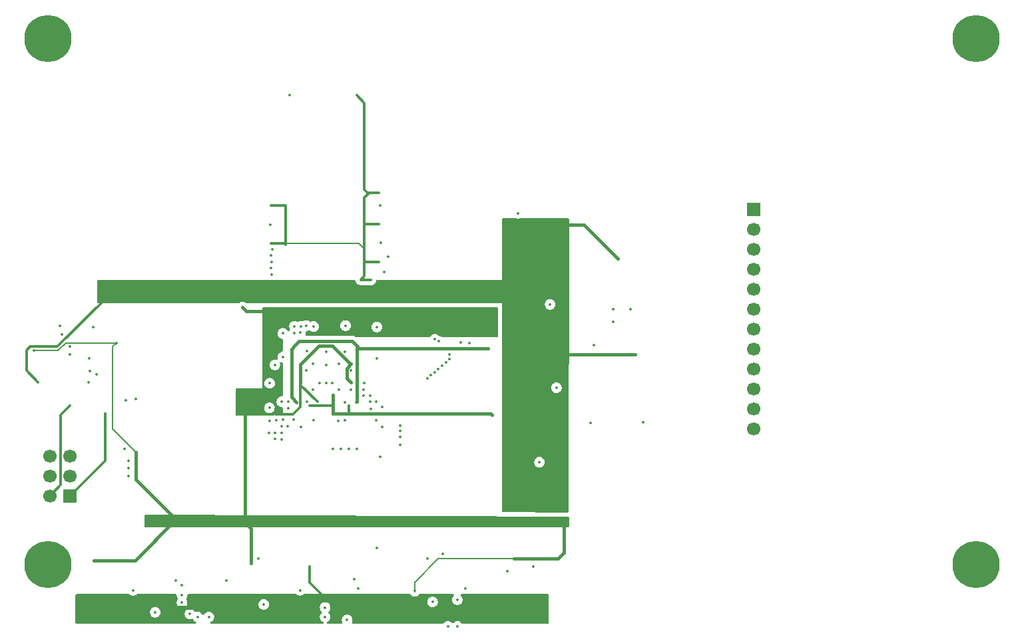
<source format=gbr>
%TF.GenerationSoftware,KiCad,Pcbnew,9.0.5*%
%TF.CreationDate,2025-12-06T10:01:17-08:00*%
%TF.ProjectId,project_byte_hamr,70726f6a-6563-4745-9f62-7974655f6861,rev?*%
%TF.SameCoordinates,Original*%
%TF.FileFunction,Copper,L3,Inr*%
%TF.FilePolarity,Positive*%
%FSLAX46Y46*%
G04 Gerber Fmt 4.6, Leading zero omitted, Abs format (unit mm)*
G04 Created by KiCad (PCBNEW 9.0.5) date 2025-12-06 10:01:17*
%MOMM*%
%LPD*%
G01*
G04 APERTURE LIST*
%TA.AperFunction,ComponentPad*%
%ADD10R,1.700000X1.700000*%
%TD*%
%TA.AperFunction,ComponentPad*%
%ADD11C,1.700000*%
%TD*%
%TA.AperFunction,ComponentPad*%
%ADD12C,6.000000*%
%TD*%
%TA.AperFunction,ViaPad*%
%ADD13C,0.350000*%
%TD*%
%TA.AperFunction,Conductor*%
%ADD14C,0.300000*%
%TD*%
%TA.AperFunction,Conductor*%
%ADD15C,0.400000*%
%TD*%
%TA.AperFunction,Conductor*%
%ADD16C,0.200000*%
%TD*%
%TA.AperFunction,Conductor*%
%ADD17C,0.500000*%
%TD*%
G04 APERTURE END LIST*
D10*
%TO.N,I{slash}O_PIN_12*%
%TO.C,J1*%
X143500000Y-75560000D03*
D11*
%TO.N,I{slash}O_PIN_11*%
X143500000Y-78100000D03*
%TO.N,I{slash}O_PIN_10*%
X143500000Y-80640000D03*
%TO.N,I{slash}O_PIN_9*%
X143500000Y-83180000D03*
%TO.N,I{slash}O_PIN_8*%
X143500000Y-85720000D03*
%TO.N,I{slash}O_PIN_7*%
X143500000Y-88260000D03*
%TO.N,I{slash}O_PIN_6*%
X143500000Y-90800000D03*
%TO.N,I{slash}O_PIN_5*%
X143500000Y-93340000D03*
%TO.N,I{slash}O_PIN_4*%
X143500000Y-95880000D03*
%TO.N,I{slash}O_PIN_3*%
X143500000Y-98420000D03*
%TO.N,I{slash}O_PIN_2*%
X143500000Y-100960000D03*
%TO.N,I{slash}O_PIN_1*%
X143500000Y-103500000D03*
%TD*%
D12*
%TO.N,GND*%
%TO.C,H2*%
X171750000Y-53750000D03*
%TD*%
%TO.N,GND*%
%TO.C,H1*%
X53750000Y-53750000D03*
%TD*%
%TO.N,GND*%
%TO.C,H4*%
X53750000Y-120750000D03*
%TD*%
D10*
%TO.N,GND*%
%TO.C,J4*%
X56500000Y-112000000D03*
D11*
%TO.N,+3V3*%
X53960000Y-112000000D03*
%TO.N,JTAG_TDI*%
X56500000Y-109460000D03*
%TO.N,JTAG_TCK*%
X53960000Y-109460000D03*
%TO.N,JTAG_TMS*%
X56500000Y-106920000D03*
%TO.N,JTAG_TDO*%
X53960000Y-106920000D03*
%TD*%
D12*
%TO.N,GND*%
%TO.C,H3*%
X171750000Y-120750000D03*
%TD*%
D13*
%TO.N,+3V3*%
X85869360Y-95235770D03*
%TO.N,I{slash}O_PIN_10*%
X106264604Y-92418733D03*
%TO.N,I{slash}O_PIN_9*%
X107322632Y-92551458D03*
%TO.N,I{slash}O_PIN_12*%
X102958526Y-92073385D03*
%TO.N,I{slash}O_PIN_11*%
X103429159Y-92316266D03*
%TO.N,I{slash}O_PIN_8*%
X104772028Y-94000078D03*
%TO.N,I{slash}O_PIN_7*%
X104776522Y-94601892D03*
%TO.N,I{slash}O_PIN_6*%
X104341776Y-95001073D03*
%TO.N,I{slash}O_PIN_5*%
X103856803Y-95396357D03*
%TO.N,I{slash}O_PIN_4*%
X103334501Y-95844249D03*
%TO.N,I{slash}O_PIN_3*%
X102908836Y-96235263D03*
%TO.N,I{slash}O_PIN_2*%
X102424245Y-96636963D03*
%TO.N,I{slash}O_PIN_1*%
X102000000Y-97000000D03*
%TO.N,+5V*%
X119000000Y-113500000D03*
X128399080Y-94000000D03*
X119000000Y-77500000D03*
X126199080Y-81800000D03*
X122749080Y-102700000D03*
X125599080Y-89800000D03*
X117293021Y-93477912D03*
X52500000Y-97500000D03*
X117110888Y-104223717D03*
X125599080Y-88200000D03*
X61000000Y-86000000D03*
%TO.N,GND*%
X83600000Y-102300000D03*
X116249080Y-107700000D03*
X85800000Y-124000000D03*
X87505014Y-102399221D03*
X86691757Y-99992581D03*
X92276615Y-96007808D03*
X83600000Y-91300000D03*
X118399080Y-98200000D03*
X91600000Y-90300000D03*
X64600000Y-124000000D03*
X91497687Y-100098335D03*
X95584444Y-94484034D03*
X82217437Y-82217437D03*
X92260324Y-98456174D03*
X89907650Y-97592692D03*
X61000000Y-101500000D03*
X86624708Y-95994563D03*
X129399080Y-102600000D03*
X90693505Y-102407395D03*
X96285008Y-103186510D03*
X113500000Y-76000000D03*
X88303495Y-97580983D03*
X82168755Y-83800000D03*
X89100000Y-95300000D03*
X96210616Y-100710277D03*
X96061093Y-79727816D03*
X127842519Y-88225629D03*
X89105573Y-97580983D03*
X106800000Y-123800000D03*
X96000000Y-107000000D03*
X115500000Y-121000000D03*
X86600000Y-90300000D03*
X82600000Y-95300000D03*
X123199080Y-92800000D03*
X95585092Y-90483333D03*
X81946128Y-97646128D03*
X82000000Y-77500000D03*
X96000000Y-75000000D03*
X80500000Y-120000000D03*
X85888588Y-103202134D03*
X84500000Y-61000000D03*
X89096533Y-93648824D03*
X95600000Y-118600000D03*
X83500000Y-100000000D03*
X117599080Y-87600000D03*
X76400000Y-122800000D03*
X59000000Y-94500000D03*
X83600000Y-94300000D03*
X91496033Y-102397487D03*
X86702219Y-93576870D03*
X91469233Y-93601654D03*
%TO.N,+3V3*%
X92297230Y-95162328D03*
X104500000Y-91500000D03*
X78800000Y-101200000D03*
X88000000Y-115000000D03*
X52000000Y-93500000D03*
X94800000Y-84493620D03*
X109999080Y-88600000D03*
X70000000Y-115000000D03*
X119400000Y-115600000D03*
X85869360Y-97589168D03*
X82689278Y-100851900D03*
X64905000Y-106405000D03*
X81500000Y-88500000D03*
X88305876Y-92866896D03*
X82104580Y-75000000D03*
X93000000Y-61000000D03*
X88000000Y-100000000D03*
X100400000Y-124000000D03*
X56500000Y-100500000D03*
X95813086Y-73400000D03*
X95809782Y-77400000D03*
X95813996Y-82197060D03*
X82110949Y-79800000D03*
X59600000Y-120200000D03*
X78500000Y-88000000D03*
X89895430Y-92873242D03*
X78800000Y-115400000D03*
X79600000Y-120600000D03*
X62500000Y-92500000D03*
X82693640Y-101576098D03*
X92303474Y-97566478D03*
X113000000Y-120000000D03*
%TO.N,+1V1*%
X87428210Y-98494137D03*
X89944666Y-99144666D03*
X92000000Y-100500000D03*
X90713243Y-95155832D03*
X90766514Y-98482299D03*
X110249080Y-101700000D03*
X87000000Y-100520581D03*
X87440048Y-95138076D03*
%TO.N,+2V5*%
X92945220Y-100068273D03*
X85350000Y-100050000D03*
X85121803Y-92821803D03*
X93006669Y-92902106D03*
X109701470Y-93200000D03*
%TO.N,CARD5V*%
X86990597Y-121026187D03*
X58000000Y-126500000D03*
X99000000Y-127000000D03*
X68000000Y-125044617D03*
X111800000Y-125200000D03*
X78500000Y-127000000D03*
X115800000Y-126800000D03*
X89000000Y-125000000D03*
%TO.N,D2_5V*%
X70800000Y-124600000D03*
%TO.N,D0_5V*%
X70000000Y-122800000D03*
%TO.N,~{INH}_5V*%
X91800000Y-127800000D03*
%TO.N,7M_5V*%
X89000000Y-127400000D03*
%TO.N,~{RES}_5V*%
X102648396Y-125500000D03*
%TO.N,D1_5V*%
X70800000Y-123400000D03*
%TO.N,Q3_5V*%
X89000000Y-126200000D03*
%TO.N,~{NMI}_5V*%
X104600000Y-128600000D03*
%TO.N,D7_5V*%
X74200000Y-127400000D03*
%TO.N,DMA_IN_5V*%
X105800000Y-125200000D03*
%TO.N,INT_IN_5V*%
X105800000Y-128600000D03*
%TO.N,PHI0_5V*%
X92667771Y-122613449D03*
%TO.N,PHI1_5V*%
X93200000Y-123800000D03*
%TO.N,~{DEVICE_SELECT}_5V*%
X81200000Y-125800000D03*
%TO.N,D5_5V*%
X71800000Y-127000000D03*
%TO.N,D6_5V*%
X72800000Y-127400000D03*
%TO.N,D4_5V*%
X67400000Y-126800000D03*
%TO.N,USER1_5V*%
X112200000Y-121600000D03*
%TO.N,D3_5V*%
X70800000Y-125600000D03*
%TO.N,/flash/FLASH_nWP*%
X64000000Y-109500000D03*
X82622054Y-104724587D03*
%TO.N,/flash/FLASH_nHOLD*%
X81844171Y-103944171D03*
X63500000Y-106000000D03*
%TO.N,/flash/FLASH_MOSI*%
X82651444Y-103943198D03*
X64000000Y-108500000D03*
%TO.N,/flash/FLASH_MISO*%
X63635000Y-99865000D03*
X81920694Y-102420694D03*
%TO.N,/flash/FLASH_SCK*%
X82746161Y-102353839D03*
X64000000Y-107500000D03*
%TO.N,/flash/FLASH_nCS*%
X81912060Y-100787940D03*
X64905000Y-99636938D03*
%TO.N,/flash/FPGA_PROGRAMN*%
X83500000Y-104000000D03*
%TO.N,/flash/FPGA_DONE*%
X83500000Y-104800000D03*
%TO.N,/flash/FPGA_INITN*%
X83428247Y-103124177D03*
%TO.N,USB_FTDI_D-*%
X59500000Y-90500000D03*
X55295483Y-90341836D03*
%TO.N,USB_FTDI_D+*%
X55500000Y-91479437D03*
X56500000Y-93000000D03*
%TO.N,7M_3V3*%
X98500000Y-104500000D03*
X94797358Y-100897358D03*
%TO.N,SDRAM_D0*%
X96500000Y-83500000D03*
X85865699Y-91165699D03*
%TO.N,SDRAM_D13*%
X85106287Y-90389280D03*
X82316198Y-80600000D03*
%TO.N,Q3_3V3*%
X98500000Y-105500000D03*
X95500000Y-102400000D03*
%TO.N,JTAG_TDO*%
X56500000Y-94000000D03*
X84229955Y-103125404D03*
%TO.N,SDRAM_D15*%
X82144493Y-83000000D03*
X87521009Y-90419267D03*
%TO.N,JTAG_TDI*%
X58937500Y-97562500D03*
X84327261Y-100026579D03*
%TO.N,~{INH}_3V3*%
X94700000Y-100000000D03*
X98494014Y-103744014D03*
%TO.N,JTAG_TCK*%
X59937500Y-96562500D03*
X84307190Y-100803406D03*
%TO.N,SDRAM_D1*%
X85045058Y-91249071D03*
X97000000Y-81500000D03*
%TO.N,SDRAM_D14*%
X82146693Y-81378285D03*
X85915021Y-90418040D03*
%TO.N,JTAG_TMS*%
X85005208Y-102310111D03*
X59040042Y-96062500D03*
%TO.N,~{I{slash}O_STROBE}_3V3*%
X103950368Y-119417529D03*
X102000000Y-120000000D03*
%TO.N,A9_3V3*%
X91000000Y-106000000D03*
X93861449Y-98441250D03*
%TO.N,A14_3V3*%
X95500000Y-100000000D03*
X98500000Y-103000000D03*
%TO.N,A10_3V3*%
X93885949Y-99214051D03*
X92000000Y-106000000D03*
%TO.N,A11_3V3*%
X93000000Y-106000000D03*
X94698036Y-99214662D03*
%TO.N,A8_3V3*%
X93930385Y-97630385D03*
X90000000Y-106000000D03*
%TD*%
D14*
%TO.N,+5V*%
X51000000Y-93500000D02*
X51501000Y-92999000D01*
X51826834Y-93000000D02*
X54932900Y-93000000D01*
D15*
X126199080Y-81800000D02*
X121899080Y-77500000D01*
D14*
X51501000Y-92999000D02*
X52000000Y-92999000D01*
X54932900Y-93000000D02*
X61000000Y-86932900D01*
D15*
X117815109Y-94000000D02*
X117293021Y-93477912D01*
D14*
X61000000Y-86932900D02*
X61000000Y-86000000D01*
X52500000Y-97500000D02*
X51000000Y-96000000D01*
D15*
X121899080Y-77500000D02*
X119000000Y-77500000D01*
X128399080Y-94000000D02*
X117815109Y-94000000D01*
D14*
X51000000Y-96000000D02*
X51000000Y-93500000D01*
%TO.N,GND*%
X56500000Y-112000000D02*
X61000000Y-107500000D01*
X61000000Y-107500000D02*
X61000000Y-101500000D01*
D15*
%TO.N,+3V3*%
X70000000Y-115000000D02*
X64905000Y-109905000D01*
D14*
X84000000Y-75000000D02*
X84000000Y-80000000D01*
X94000000Y-77500000D02*
X94000000Y-80500000D01*
D15*
X59600000Y-120200000D02*
X64800000Y-120200000D01*
X79600000Y-120600000D02*
X79600000Y-116200000D01*
D16*
X62000000Y-103500000D02*
X62000000Y-93000000D01*
D14*
X88000000Y-100000000D02*
X85869360Y-97869360D01*
D15*
X119400000Y-119200000D02*
X118600000Y-120000000D01*
D16*
X83800000Y-79800000D02*
X93300000Y-79800000D01*
D14*
X55349000Y-110611000D02*
X53960000Y-112000000D01*
D15*
X92184516Y-95162328D02*
X92297230Y-95162328D01*
D14*
X82693640Y-101576098D02*
X84923902Y-101576098D01*
D15*
X91725615Y-96988619D02*
X91725615Y-95733943D01*
D16*
X103400000Y-120000000D02*
X100400000Y-123000000D01*
X88213234Y-92891896D02*
X88305876Y-92891896D01*
D15*
X79000000Y-88500000D02*
X78500000Y-88000000D01*
D14*
X94197060Y-82197060D02*
X94000000Y-82000000D01*
D15*
X64800000Y-120200000D02*
X70000000Y-115000000D01*
D16*
X95813086Y-77396696D02*
X95813996Y-77397606D01*
D15*
X92303474Y-97566478D02*
X91725615Y-96988619D01*
D16*
X62500000Y-92500000D02*
X56000000Y-92500000D01*
D14*
X93500000Y-84493620D02*
X94800000Y-84493620D01*
X94000000Y-80500000D02*
X94000000Y-82000000D01*
X94000000Y-82000000D02*
X94000000Y-83993620D01*
X82104580Y-75000000D02*
X84000000Y-75000000D01*
D15*
X86662039Y-94443091D02*
X88213234Y-92891896D01*
D16*
X62000000Y-93000000D02*
X62500000Y-92500000D01*
D15*
X88305876Y-92891896D02*
X89876776Y-92891896D01*
X79600000Y-116200000D02*
X78800000Y-115400000D01*
D16*
X55000000Y-93500000D02*
X52000000Y-93500000D01*
D15*
X85869360Y-95235770D02*
X86662039Y-94443091D01*
D16*
X64905000Y-106405000D02*
X62000000Y-103500000D01*
X89876776Y-92891896D02*
X89895430Y-92873242D01*
D15*
X78800000Y-115400000D02*
X78800000Y-101200000D01*
D14*
X95813086Y-73400000D02*
X94400000Y-73400000D01*
X94000000Y-73000000D02*
X94000000Y-62000000D01*
X94600000Y-73400000D02*
X94000000Y-74000000D01*
X82110949Y-79800000D02*
X83800000Y-79800000D01*
D16*
X93300000Y-79800000D02*
X94000000Y-80500000D01*
D14*
X55349000Y-101651000D02*
X55349000Y-110611000D01*
X95813086Y-73400000D02*
X94600000Y-73400000D01*
X94000000Y-74000000D02*
X94000000Y-77500000D01*
X94000000Y-62000000D02*
X93000000Y-61000000D01*
D16*
X56000000Y-92500000D02*
X55000000Y-93500000D01*
D15*
X64905000Y-109905000D02*
X64905000Y-106405000D01*
D16*
X89889084Y-92866896D02*
X89895430Y-92873242D01*
D14*
X84923902Y-101576098D02*
X85869360Y-100630640D01*
D15*
X119400000Y-115600000D02*
X119400000Y-119200000D01*
X81500000Y-88500000D02*
X79000000Y-88500000D01*
D14*
X83800000Y-79800000D02*
X84000000Y-80000000D01*
X85869360Y-100630640D02*
X85869360Y-97589168D01*
D15*
X118600000Y-120000000D02*
X113000000Y-120000000D01*
D14*
X94100000Y-77400000D02*
X94000000Y-77500000D01*
X95809782Y-77400000D02*
X94100000Y-77400000D01*
X82693640Y-101576098D02*
X82693640Y-100856262D01*
X56500000Y-100500000D02*
X55349000Y-101651000D01*
D16*
X113000000Y-120000000D02*
X103400000Y-120000000D01*
D14*
X94000000Y-83993620D02*
X93500000Y-84493620D01*
D15*
X91725615Y-95733943D02*
X92297230Y-95162328D01*
D14*
X85869360Y-97869360D02*
X85869360Y-97589168D01*
D16*
X95813086Y-77396696D02*
X95809782Y-77400000D01*
D14*
X94400000Y-73400000D02*
X94000000Y-73000000D01*
X95813996Y-82197060D02*
X94197060Y-82197060D01*
D16*
X82693640Y-100856262D02*
X82689278Y-100851900D01*
D15*
X89895430Y-92873242D02*
X92184516Y-95162328D01*
D16*
X100400000Y-124200000D02*
X100400000Y-124000000D01*
X100400000Y-123000000D02*
X100400000Y-124200000D01*
D15*
X85869360Y-97589168D02*
X85869360Y-95235770D01*
D14*
%TO.N,+1V1*%
X92000000Y-101500000D02*
X92000000Y-100500000D01*
D15*
X110049080Y-101500000D02*
X110249080Y-101700000D01*
D16*
X89944666Y-99144666D02*
X90000000Y-99200000D01*
D15*
X89944666Y-100500000D02*
X89944666Y-101444666D01*
X92000000Y-101500000D02*
X99250000Y-101500000D01*
X99250000Y-101500000D02*
X110049080Y-101500000D01*
D16*
X89944666Y-100500000D02*
X89924085Y-100520581D01*
X89944666Y-101444666D02*
X90000000Y-101500000D01*
D15*
X90000000Y-101500000D02*
X92000000Y-101500000D01*
D14*
X89924085Y-100520581D02*
X87000000Y-100520581D01*
D15*
X89944666Y-99144666D02*
X89944666Y-100500000D01*
%TO.N,+2V5*%
X84725017Y-93272950D02*
X85197967Y-92800000D01*
X84725017Y-99425017D02*
X84725017Y-93272950D01*
X85682071Y-92315896D02*
X92420459Y-92315896D01*
X93006669Y-92902106D02*
X93006669Y-99993331D01*
X109701470Y-93200000D02*
X93304563Y-93200000D01*
X93304563Y-93200000D02*
X93006669Y-92902106D01*
X85197967Y-92800000D02*
X85682071Y-92315896D01*
X92420459Y-92315896D02*
X93006669Y-92902106D01*
X85350000Y-100050000D02*
X84725017Y-99425017D01*
D14*
%TO.N,CARD5V*%
X68000000Y-125500000D02*
X68000000Y-125044617D01*
X87000000Y-123000000D02*
X87000000Y-121000000D01*
D17*
X77700000Y-126200000D02*
X78500000Y-127000000D01*
D14*
X89000000Y-125000000D02*
X87000000Y-123000000D01*
X69000000Y-126200000D02*
X68700000Y-126200000D01*
X68700000Y-126200000D02*
X68000000Y-125500000D01*
D17*
X69000000Y-126200000D02*
X77700000Y-126200000D01*
%TD*%
%TA.AperFunction,Conductor*%
%TO.N,+5V*%
G36*
X113317256Y-76652383D02*
G01*
X113433467Y-76675500D01*
X113433469Y-76675500D01*
X113566532Y-76675500D01*
X113682744Y-76652383D01*
X113706936Y-76650000D01*
X119907326Y-76650000D01*
X119974365Y-76669685D01*
X120020120Y-76722489D01*
X120031326Y-76774338D01*
X119929790Y-113970113D01*
X119909922Y-114037099D01*
X119856993Y-114082710D01*
X119805331Y-114093774D01*
X111623541Y-114063471D01*
X111556575Y-114043538D01*
X111511016Y-113990565D01*
X111500000Y-113939472D01*
X111500000Y-107766533D01*
X115573579Y-107766533D01*
X115599538Y-107897030D01*
X115599541Y-107897040D01*
X115650456Y-108019961D01*
X115650466Y-108019979D01*
X115724381Y-108130601D01*
X115724387Y-108130609D01*
X115818470Y-108224692D01*
X115818478Y-108224698D01*
X115929100Y-108298613D01*
X115929103Y-108298614D01*
X115929111Y-108298620D01*
X116052044Y-108349540D01*
X116052048Y-108349540D01*
X116052049Y-108349541D01*
X116182546Y-108375500D01*
X116182549Y-108375500D01*
X116315613Y-108375500D01*
X116403405Y-108358035D01*
X116446116Y-108349540D01*
X116569049Y-108298620D01*
X116679686Y-108224695D01*
X116773775Y-108130606D01*
X116847700Y-108019969D01*
X116898620Y-107897036D01*
X116924580Y-107766531D01*
X116924580Y-107633469D01*
X116924580Y-107633466D01*
X116898621Y-107502969D01*
X116898620Y-107502968D01*
X116898620Y-107502964D01*
X116847700Y-107380031D01*
X116773775Y-107269394D01*
X116773772Y-107269390D01*
X116679689Y-107175307D01*
X116679681Y-107175301D01*
X116569059Y-107101386D01*
X116569052Y-107101382D01*
X116569049Y-107101380D01*
X116569045Y-107101378D01*
X116569041Y-107101376D01*
X116446120Y-107050461D01*
X116446110Y-107050458D01*
X116315613Y-107024500D01*
X116315611Y-107024500D01*
X116182549Y-107024500D01*
X116182547Y-107024500D01*
X116052049Y-107050458D01*
X116052039Y-107050461D01*
X115929118Y-107101376D01*
X115929100Y-107101386D01*
X115818478Y-107175301D01*
X115818470Y-107175307D01*
X115724387Y-107269390D01*
X115724381Y-107269398D01*
X115650466Y-107380020D01*
X115650456Y-107380038D01*
X115599541Y-107502959D01*
X115599538Y-107502969D01*
X115573580Y-107633466D01*
X115573580Y-107633469D01*
X115573580Y-107766531D01*
X115573580Y-107766533D01*
X115573579Y-107766533D01*
X111500000Y-107766533D01*
X111500000Y-98266533D01*
X117723579Y-98266533D01*
X117749538Y-98397030D01*
X117749541Y-98397040D01*
X117800456Y-98519961D01*
X117800466Y-98519979D01*
X117874381Y-98630601D01*
X117874387Y-98630609D01*
X117968470Y-98724692D01*
X117968478Y-98724698D01*
X118079100Y-98798613D01*
X118079103Y-98798614D01*
X118079111Y-98798620D01*
X118202044Y-98849540D01*
X118202048Y-98849540D01*
X118202049Y-98849541D01*
X118332546Y-98875500D01*
X118332549Y-98875500D01*
X118465613Y-98875500D01*
X118553405Y-98858035D01*
X118596116Y-98849540D01*
X118719049Y-98798620D01*
X118829686Y-98724695D01*
X118923775Y-98630606D01*
X118997700Y-98519969D01*
X119048620Y-98397036D01*
X119074580Y-98266531D01*
X119074580Y-98133469D01*
X119074580Y-98133466D01*
X119048621Y-98002969D01*
X119048620Y-98002968D01*
X119048620Y-98002964D01*
X118997700Y-97880031D01*
X118923775Y-97769394D01*
X118923772Y-97769390D01*
X118829689Y-97675307D01*
X118829681Y-97675301D01*
X118719059Y-97601386D01*
X118719052Y-97601382D01*
X118719049Y-97601380D01*
X118719045Y-97601378D01*
X118719041Y-97601376D01*
X118596120Y-97550461D01*
X118596110Y-97550458D01*
X118465613Y-97524500D01*
X118465611Y-97524500D01*
X118332549Y-97524500D01*
X118332547Y-97524500D01*
X118202049Y-97550458D01*
X118202039Y-97550461D01*
X118079118Y-97601376D01*
X118079100Y-97601386D01*
X117968478Y-97675301D01*
X117968470Y-97675307D01*
X117874387Y-97769390D01*
X117874381Y-97769398D01*
X117800466Y-97880020D01*
X117800456Y-97880038D01*
X117749541Y-98002959D01*
X117749538Y-98002969D01*
X117723580Y-98133466D01*
X117723580Y-98133469D01*
X117723580Y-98266531D01*
X117723580Y-98266533D01*
X117723579Y-98266533D01*
X111500000Y-98266533D01*
X111500000Y-87666533D01*
X116923579Y-87666533D01*
X116949538Y-87797030D01*
X116949541Y-87797040D01*
X117000456Y-87919961D01*
X117000466Y-87919979D01*
X117074381Y-88030601D01*
X117074387Y-88030609D01*
X117168470Y-88124692D01*
X117168478Y-88124698D01*
X117279100Y-88198613D01*
X117279103Y-88198614D01*
X117279111Y-88198620D01*
X117402044Y-88249540D01*
X117402048Y-88249540D01*
X117402049Y-88249541D01*
X117532546Y-88275500D01*
X117532549Y-88275500D01*
X117665613Y-88275500D01*
X117753405Y-88258035D01*
X117796116Y-88249540D01*
X117919049Y-88198620D01*
X118029686Y-88124695D01*
X118123775Y-88030606D01*
X118197700Y-87919969D01*
X118248620Y-87797036D01*
X118274580Y-87666531D01*
X118274580Y-87533469D01*
X118274580Y-87533466D01*
X118248621Y-87402969D01*
X118248620Y-87402968D01*
X118248620Y-87402964D01*
X118197700Y-87280031D01*
X118123775Y-87169394D01*
X118123772Y-87169390D01*
X118029689Y-87075307D01*
X118029681Y-87075301D01*
X117919059Y-87001386D01*
X117919052Y-87001382D01*
X117919049Y-87001380D01*
X117919045Y-87001378D01*
X117919041Y-87001376D01*
X117796120Y-86950461D01*
X117796110Y-86950458D01*
X117665613Y-86924500D01*
X117665611Y-86924500D01*
X117532549Y-86924500D01*
X117532547Y-86924500D01*
X117402049Y-86950458D01*
X117402039Y-86950461D01*
X117279118Y-87001376D01*
X117279100Y-87001386D01*
X117168478Y-87075301D01*
X117168470Y-87075307D01*
X117074387Y-87169390D01*
X117074381Y-87169398D01*
X117000466Y-87280020D01*
X117000456Y-87280038D01*
X116949541Y-87402959D01*
X116949538Y-87402969D01*
X116923580Y-87533466D01*
X116923580Y-87533469D01*
X116923580Y-87666531D01*
X116923580Y-87666533D01*
X116923579Y-87666533D01*
X111500000Y-87666533D01*
X111500000Y-87500000D01*
X111500000Y-76774000D01*
X111519685Y-76706961D01*
X111572489Y-76661206D01*
X111624000Y-76650000D01*
X113293064Y-76650000D01*
X113317256Y-76652383D01*
G37*
%TD.AperFunction*%
%TD*%
%TA.AperFunction,Conductor*%
%TO.N,+3V3*%
G36*
X81879594Y-98321628D02*
G01*
X81879597Y-98321628D01*
X82012661Y-98321628D01*
X82121386Y-98300000D01*
X83600000Y-98300000D01*
X83600000Y-99200500D01*
X83580315Y-99267539D01*
X83527511Y-99313294D01*
X83476000Y-99324500D01*
X83433467Y-99324500D01*
X83302969Y-99350458D01*
X83302959Y-99350461D01*
X83180038Y-99401376D01*
X83180020Y-99401386D01*
X83069398Y-99475301D01*
X83069390Y-99475307D01*
X82975307Y-99569390D01*
X82975301Y-99569398D01*
X82901386Y-99680020D01*
X82901376Y-99680038D01*
X82850461Y-99802959D01*
X82850458Y-99802969D01*
X82824500Y-99933466D01*
X82824500Y-99933469D01*
X82824500Y-100066531D01*
X82824500Y-100066533D01*
X82824499Y-100066533D01*
X82850458Y-100197030D01*
X82850461Y-100197040D01*
X82901376Y-100319961D01*
X82901386Y-100319979D01*
X82975301Y-100430601D01*
X82975307Y-100430609D01*
X83069390Y-100524692D01*
X83069398Y-100524698D01*
X83180020Y-100598613D01*
X83180023Y-100598614D01*
X83180031Y-100598620D01*
X83302964Y-100649540D01*
X83302968Y-100649540D01*
X83302969Y-100649541D01*
X83433466Y-100675500D01*
X83476000Y-100675500D01*
X83543039Y-100695185D01*
X83588794Y-100747989D01*
X83600000Y-100799500D01*
X83600000Y-101509502D01*
X83580315Y-101576541D01*
X83527511Y-101622296D01*
X83500192Y-101631119D01*
X83402969Y-101650458D01*
X83402959Y-101650461D01*
X83280038Y-101701376D01*
X83280020Y-101701386D01*
X83201682Y-101753730D01*
X83135005Y-101774608D01*
X83071925Y-101757302D01*
X83071504Y-101758092D01*
X83068025Y-101756232D01*
X83067625Y-101756123D01*
X83066661Y-101755503D01*
X83066132Y-101755220D01*
X83066130Y-101755219D01*
X83066127Y-101755218D01*
X83066122Y-101755215D01*
X82943201Y-101704300D01*
X82943191Y-101704297D01*
X82812694Y-101678339D01*
X82812692Y-101678339D01*
X82679630Y-101678339D01*
X82679628Y-101678339D01*
X82549130Y-101704297D01*
X82549120Y-101704300D01*
X82426199Y-101755215D01*
X82426187Y-101755222D01*
X82421892Y-101758092D01*
X82390447Y-101779102D01*
X82372402Y-101784752D01*
X82356493Y-101794977D01*
X82325533Y-101799428D01*
X82323772Y-101799980D01*
X82321558Y-101800000D01*
X82212035Y-101800000D01*
X82164584Y-101790561D01*
X82117730Y-101771154D01*
X82117724Y-101771152D01*
X81987227Y-101745194D01*
X81987225Y-101745194D01*
X81854163Y-101745194D01*
X81854161Y-101745194D01*
X81723663Y-101771152D01*
X81723657Y-101771154D01*
X81715319Y-101774608D01*
X81676803Y-101790561D01*
X81629353Y-101800000D01*
X77724000Y-101800000D01*
X77656961Y-101780315D01*
X77611206Y-101727511D01*
X77600000Y-101676000D01*
X77600000Y-100854473D01*
X81236559Y-100854473D01*
X81262518Y-100984970D01*
X81262521Y-100984980D01*
X81313436Y-101107901D01*
X81313446Y-101107919D01*
X81387361Y-101218541D01*
X81387367Y-101218549D01*
X81481450Y-101312632D01*
X81481458Y-101312638D01*
X81592080Y-101386553D01*
X81592083Y-101386554D01*
X81592091Y-101386560D01*
X81715024Y-101437480D01*
X81715028Y-101437480D01*
X81715029Y-101437481D01*
X81845526Y-101463440D01*
X81845529Y-101463440D01*
X81978593Y-101463440D01*
X82066385Y-101445975D01*
X82109096Y-101437480D01*
X82232029Y-101386560D01*
X82342666Y-101312635D01*
X82436755Y-101218546D01*
X82510680Y-101107909D01*
X82561600Y-100984976D01*
X82587560Y-100854471D01*
X82587560Y-100721409D01*
X82587560Y-100721406D01*
X82561601Y-100590909D01*
X82561600Y-100590908D01*
X82561600Y-100590904D01*
X82510680Y-100467971D01*
X82485710Y-100430601D01*
X82436758Y-100357338D01*
X82436752Y-100357330D01*
X82342669Y-100263247D01*
X82342661Y-100263241D01*
X82232039Y-100189326D01*
X82232032Y-100189322D01*
X82232029Y-100189320D01*
X82232025Y-100189318D01*
X82232021Y-100189316D01*
X82109100Y-100138401D01*
X82109090Y-100138398D01*
X81978593Y-100112440D01*
X81978591Y-100112440D01*
X81845529Y-100112440D01*
X81845527Y-100112440D01*
X81715029Y-100138398D01*
X81715019Y-100138401D01*
X81592098Y-100189316D01*
X81592080Y-100189326D01*
X81481458Y-100263241D01*
X81481450Y-100263247D01*
X81387367Y-100357330D01*
X81387361Y-100357338D01*
X81313446Y-100467960D01*
X81313436Y-100467978D01*
X81262521Y-100590899D01*
X81262518Y-100590909D01*
X81236560Y-100721406D01*
X81236560Y-100721409D01*
X81236560Y-100854471D01*
X81236560Y-100854473D01*
X81236559Y-100854473D01*
X77600000Y-100854473D01*
X77600000Y-98424000D01*
X77619685Y-98356961D01*
X77672489Y-98311206D01*
X77724000Y-98300000D01*
X81000000Y-98300000D01*
X81770869Y-98300000D01*
X81879594Y-98321628D01*
G37*
%TD.AperFunction*%
%TD*%
%TA.AperFunction,Conductor*%
%TO.N,+3V3*%
G36*
X110943039Y-88025185D02*
G01*
X110988794Y-88077989D01*
X111000000Y-88129500D01*
X111000000Y-91676000D01*
X110980315Y-91743039D01*
X110927511Y-91788794D01*
X110876000Y-91800000D01*
X106560680Y-91800000D01*
X106513228Y-91790561D01*
X106461644Y-91769194D01*
X106461634Y-91769191D01*
X106331137Y-91743233D01*
X106331135Y-91743233D01*
X106198073Y-91743233D01*
X106198071Y-91743233D01*
X106067573Y-91769191D01*
X106067563Y-91769194D01*
X106015980Y-91790561D01*
X105968528Y-91800000D01*
X103909995Y-91800000D01*
X103842956Y-91780315D01*
X103841105Y-91779102D01*
X103749138Y-91717652D01*
X103749131Y-91717648D01*
X103749128Y-91717646D01*
X103749124Y-91717644D01*
X103749120Y-91717642D01*
X103626199Y-91666727D01*
X103626190Y-91666724D01*
X103514502Y-91644507D01*
X103452591Y-91612121D01*
X103451014Y-91610571D01*
X103389135Y-91548692D01*
X103389127Y-91548686D01*
X103278505Y-91474771D01*
X103278498Y-91474767D01*
X103278495Y-91474765D01*
X103278491Y-91474763D01*
X103278487Y-91474761D01*
X103155566Y-91423846D01*
X103155556Y-91423843D01*
X103025059Y-91397885D01*
X103025057Y-91397885D01*
X102891995Y-91397885D01*
X102891993Y-91397885D01*
X102761495Y-91423843D01*
X102761485Y-91423846D01*
X102638564Y-91474761D01*
X102638546Y-91474771D01*
X102527924Y-91548686D01*
X102527916Y-91548692D01*
X102433833Y-91642775D01*
X102433827Y-91642783D01*
X102365602Y-91744890D01*
X102311990Y-91789696D01*
X102262500Y-91800000D01*
X92945754Y-91800000D01*
X92878715Y-91780315D01*
X92867089Y-91771853D01*
X92867004Y-91771783D01*
X92752266Y-91695118D01*
X92624791Y-91642317D01*
X92624781Y-91642314D01*
X92489455Y-91615396D01*
X92489453Y-91615396D01*
X92489452Y-91615396D01*
X86596163Y-91615396D01*
X86529124Y-91595711D01*
X86483369Y-91542907D01*
X86473425Y-91473749D01*
X86481602Y-91443944D01*
X86513666Y-91366533D01*
X86515239Y-91362735D01*
X86540953Y-91233469D01*
X86541199Y-91232232D01*
X86541199Y-91099500D01*
X86560884Y-91032461D01*
X86613688Y-90986706D01*
X86660512Y-90976519D01*
X86660471Y-90976097D01*
X86664095Y-90975740D01*
X86665199Y-90975500D01*
X86666533Y-90975500D01*
X86754325Y-90958035D01*
X86797036Y-90949540D01*
X86919969Y-90898620D01*
X86919983Y-90898610D01*
X86920369Y-90898405D01*
X86920611Y-90898354D01*
X86925598Y-90896289D01*
X86925989Y-90897234D01*
X86988770Y-90884156D01*
X87054017Y-90909148D01*
X87066516Y-90920076D01*
X87090399Y-90943959D01*
X87090407Y-90943965D01*
X87201029Y-91017880D01*
X87201032Y-91017881D01*
X87201040Y-91017887D01*
X87201046Y-91017889D01*
X87201047Y-91017890D01*
X87266386Y-91044954D01*
X87323973Y-91068807D01*
X87323977Y-91068807D01*
X87323978Y-91068808D01*
X87454475Y-91094767D01*
X87454478Y-91094767D01*
X87587542Y-91094767D01*
X87675334Y-91077302D01*
X87718045Y-91068807D01*
X87840978Y-91017887D01*
X87951615Y-90943962D01*
X88045704Y-90849873D01*
X88119629Y-90739236D01*
X88170549Y-90616303D01*
X88196509Y-90485798D01*
X88196509Y-90366533D01*
X90924499Y-90366533D01*
X90950458Y-90497030D01*
X90950461Y-90497040D01*
X91001376Y-90619961D01*
X91001386Y-90619979D01*
X91075301Y-90730601D01*
X91075307Y-90730609D01*
X91169390Y-90824692D01*
X91169398Y-90824698D01*
X91280020Y-90898613D01*
X91280023Y-90898614D01*
X91280031Y-90898620D01*
X91280037Y-90898622D01*
X91280038Y-90898623D01*
X91402959Y-90949538D01*
X91402964Y-90949540D01*
X91402968Y-90949540D01*
X91402969Y-90949541D01*
X91533466Y-90975500D01*
X91533469Y-90975500D01*
X91666533Y-90975500D01*
X91754325Y-90958035D01*
X91797036Y-90949540D01*
X91919969Y-90898620D01*
X92030606Y-90824695D01*
X92124695Y-90730606D01*
X92198620Y-90619969D01*
X92227657Y-90549866D01*
X94909591Y-90549866D01*
X94935550Y-90680363D01*
X94935553Y-90680373D01*
X94986468Y-90803294D01*
X94986478Y-90803312D01*
X95060393Y-90913934D01*
X95060399Y-90913942D01*
X95154482Y-91008025D01*
X95154490Y-91008031D01*
X95265112Y-91081946D01*
X95265115Y-91081947D01*
X95265123Y-91081953D01*
X95265129Y-91081955D01*
X95265130Y-91081956D01*
X95388051Y-91132871D01*
X95388056Y-91132873D01*
X95388060Y-91132873D01*
X95388061Y-91132874D01*
X95518558Y-91158833D01*
X95518561Y-91158833D01*
X95651625Y-91158833D01*
X95739417Y-91141368D01*
X95782128Y-91132873D01*
X95905061Y-91081953D01*
X96015698Y-91008028D01*
X96109787Y-90913939D01*
X96183712Y-90803302D01*
X96234632Y-90680369D01*
X96260592Y-90549864D01*
X96260592Y-90416802D01*
X96260592Y-90416799D01*
X96234633Y-90286302D01*
X96234632Y-90286301D01*
X96234632Y-90286297D01*
X96208093Y-90222226D01*
X96183715Y-90163371D01*
X96183714Y-90163370D01*
X96183712Y-90163364D01*
X96143354Y-90102964D01*
X96109790Y-90052731D01*
X96109784Y-90052723D01*
X96015701Y-89958640D01*
X96015693Y-89958634D01*
X95905071Y-89884719D01*
X95905064Y-89884715D01*
X95905061Y-89884713D01*
X95905057Y-89884711D01*
X95905053Y-89884709D01*
X95782132Y-89833794D01*
X95782122Y-89833791D01*
X95651625Y-89807833D01*
X95651623Y-89807833D01*
X95518561Y-89807833D01*
X95518559Y-89807833D01*
X95388061Y-89833791D01*
X95388051Y-89833794D01*
X95265130Y-89884709D01*
X95265112Y-89884719D01*
X95154490Y-89958634D01*
X95154482Y-89958640D01*
X95060399Y-90052723D01*
X95060393Y-90052731D01*
X94986478Y-90163353D01*
X94986468Y-90163371D01*
X94935553Y-90286292D01*
X94935550Y-90286302D01*
X94909592Y-90416799D01*
X94909592Y-90416802D01*
X94909592Y-90549864D01*
X94909592Y-90549866D01*
X94909591Y-90549866D01*
X92227657Y-90549866D01*
X92249540Y-90497036D01*
X92265501Y-90416799D01*
X92271525Y-90386517D01*
X92274518Y-90371464D01*
X92275500Y-90366531D01*
X92275500Y-90233469D01*
X92275500Y-90233466D01*
X92249541Y-90102969D01*
X92249540Y-90102968D01*
X92249540Y-90102964D01*
X92198620Y-89980031D01*
X92184352Y-89958678D01*
X92124698Y-89869398D01*
X92124692Y-89869390D01*
X92030609Y-89775307D01*
X92030601Y-89775301D01*
X91919979Y-89701386D01*
X91919972Y-89701382D01*
X91919969Y-89701380D01*
X91919965Y-89701378D01*
X91919961Y-89701376D01*
X91797040Y-89650461D01*
X91797030Y-89650458D01*
X91666533Y-89624500D01*
X91666531Y-89624500D01*
X91533469Y-89624500D01*
X91533467Y-89624500D01*
X91402969Y-89650458D01*
X91402959Y-89650461D01*
X91280038Y-89701376D01*
X91280020Y-89701386D01*
X91169398Y-89775301D01*
X91169390Y-89775307D01*
X91075307Y-89869390D01*
X91075301Y-89869398D01*
X91001386Y-89980020D01*
X91001376Y-89980038D01*
X90950461Y-90102959D01*
X90950458Y-90102969D01*
X90924500Y-90233466D01*
X90924500Y-90233469D01*
X90924500Y-90366531D01*
X90924500Y-90366533D01*
X90924499Y-90366533D01*
X88196509Y-90366533D01*
X88196509Y-90352736D01*
X88196509Y-90352733D01*
X88176385Y-90251569D01*
X88176385Y-90251568D01*
X88170550Y-90222238D01*
X88170549Y-90222231D01*
X88121150Y-90102969D01*
X88119632Y-90099305D01*
X88119631Y-90099304D01*
X88119629Y-90099298D01*
X88099592Y-90069311D01*
X88045707Y-89988665D01*
X88045701Y-89988657D01*
X87951618Y-89894574D01*
X87951610Y-89894568D01*
X87840988Y-89820653D01*
X87840981Y-89820649D01*
X87840978Y-89820647D01*
X87840974Y-89820645D01*
X87840970Y-89820643D01*
X87718049Y-89769728D01*
X87718039Y-89769725D01*
X87587542Y-89743767D01*
X87587540Y-89743767D01*
X87454478Y-89743767D01*
X87454476Y-89743767D01*
X87323978Y-89769725D01*
X87323968Y-89769728D01*
X87201034Y-89820649D01*
X87200608Y-89820877D01*
X87200359Y-89820928D01*
X87195412Y-89822978D01*
X87195023Y-89822038D01*
X87132203Y-89835108D01*
X87066963Y-89810097D01*
X87054492Y-89799190D01*
X87030609Y-89775307D01*
X87030601Y-89775301D01*
X86919979Y-89701386D01*
X86919972Y-89701382D01*
X86919969Y-89701380D01*
X86919965Y-89701378D01*
X86919961Y-89701376D01*
X86797040Y-89650461D01*
X86797030Y-89650458D01*
X86666533Y-89624500D01*
X86666531Y-89624500D01*
X86533469Y-89624500D01*
X86533467Y-89624500D01*
X86402969Y-89650458D01*
X86402959Y-89650461D01*
X86280038Y-89701376D01*
X86280022Y-89701385D01*
X86206793Y-89750314D01*
X86140115Y-89771191D01*
X86113713Y-89768828D01*
X85981555Y-89742540D01*
X85981552Y-89742540D01*
X85848490Y-89742540D01*
X85848488Y-89742540D01*
X85717990Y-89768498D01*
X85717980Y-89768501D01*
X85595046Y-89819422D01*
X85590720Y-89821734D01*
X85522316Y-89835968D01*
X85463390Y-89815472D01*
X85451957Y-89807833D01*
X85426256Y-89790660D01*
X85426253Y-89790658D01*
X85426248Y-89790656D01*
X85303327Y-89739741D01*
X85303317Y-89739738D01*
X85172820Y-89713780D01*
X85172818Y-89713780D01*
X85039756Y-89713780D01*
X85039754Y-89713780D01*
X84909256Y-89739738D01*
X84909246Y-89739741D01*
X84786325Y-89790656D01*
X84786307Y-89790666D01*
X84675685Y-89864581D01*
X84675677Y-89864587D01*
X84581594Y-89958670D01*
X84581588Y-89958678D01*
X84507673Y-90069300D01*
X84507663Y-90069318D01*
X84456748Y-90192239D01*
X84456745Y-90192249D01*
X84430787Y-90322746D01*
X84430787Y-90322749D01*
X84430787Y-90455811D01*
X84430787Y-90455813D01*
X84430786Y-90455813D01*
X84456745Y-90586310D01*
X84456748Y-90586320D01*
X84507663Y-90709241D01*
X84510540Y-90714623D01*
X84508070Y-90715942D01*
X84509190Y-90719522D01*
X84518379Y-90732313D01*
X84519408Y-90752181D01*
X84525350Y-90771172D01*
X84521225Y-90787262D01*
X84521994Y-90802089D01*
X84510922Y-90827464D01*
X84509014Y-90834909D01*
X84506868Y-90838660D01*
X84446438Y-90929102D01*
X84423531Y-90984404D01*
X84419626Y-90991234D01*
X84399885Y-91010214D01*
X84382701Y-91031539D01*
X84375062Y-91034081D01*
X84369260Y-91039660D01*
X84342390Y-91044954D01*
X84316406Y-91053603D01*
X84308607Y-91051612D01*
X84300708Y-91053169D01*
X84275237Y-91043094D01*
X84248707Y-91036323D01*
X84243222Y-91030432D01*
X84235736Y-91027471D01*
X84219757Y-91005228D01*
X84201097Y-90985186D01*
X84199468Y-90981620D01*
X84198623Y-90980038D01*
X84198620Y-90980031D01*
X84196273Y-90976519D01*
X84124698Y-90869398D01*
X84124692Y-90869390D01*
X84030609Y-90775307D01*
X84030601Y-90775301D01*
X83919979Y-90701386D01*
X83919972Y-90701382D01*
X83919969Y-90701380D01*
X83919965Y-90701378D01*
X83919961Y-90701376D01*
X83797040Y-90650461D01*
X83797030Y-90650458D01*
X83666533Y-90624500D01*
X83666531Y-90624500D01*
X83533469Y-90624500D01*
X83533467Y-90624500D01*
X83402969Y-90650458D01*
X83402959Y-90650461D01*
X83280038Y-90701376D01*
X83280020Y-90701386D01*
X83169398Y-90775301D01*
X83169390Y-90775307D01*
X83075307Y-90869390D01*
X83075301Y-90869398D01*
X83001386Y-90980020D01*
X83001376Y-90980038D01*
X82950461Y-91102959D01*
X82950458Y-91102969D01*
X82924500Y-91233466D01*
X82924500Y-91233469D01*
X82924500Y-91366531D01*
X82924500Y-91366533D01*
X82924499Y-91366533D01*
X82950458Y-91497030D01*
X82950461Y-91497040D01*
X83001376Y-91619961D01*
X83001386Y-91619979D01*
X83075301Y-91730601D01*
X83075307Y-91730609D01*
X83144698Y-91800000D01*
X81000000Y-91800000D01*
X81000000Y-89500000D01*
X81000000Y-88129500D01*
X81019685Y-88062461D01*
X81072489Y-88016706D01*
X81124000Y-88005500D01*
X110876000Y-88005500D01*
X110943039Y-88025185D01*
G37*
%TD.AperFunction*%
%TD*%
%TA.AperFunction,Conductor*%
%TO.N,+3V3*%
G36*
X83169390Y-91824692D02*
G01*
X83169398Y-91824698D01*
X83280020Y-91898613D01*
X83280023Y-91898614D01*
X83280031Y-91898620D01*
X83402964Y-91949540D01*
X83500192Y-91968880D01*
X83562102Y-92001265D01*
X83596676Y-92061980D01*
X83600000Y-92090497D01*
X83600000Y-93509502D01*
X83580315Y-93576541D01*
X83527511Y-93622296D01*
X83500192Y-93631119D01*
X83402969Y-93650458D01*
X83402959Y-93650461D01*
X83280038Y-93701376D01*
X83280020Y-93701386D01*
X83169398Y-93775301D01*
X83169390Y-93775307D01*
X83075307Y-93869390D01*
X83075301Y-93869398D01*
X83001386Y-93980020D01*
X83001376Y-93980038D01*
X82950461Y-94102959D01*
X82950458Y-94102969D01*
X82924500Y-94233466D01*
X82924500Y-94233469D01*
X82924500Y-94366531D01*
X82924500Y-94366533D01*
X82924499Y-94366533D01*
X82951648Y-94503010D01*
X82949997Y-94503338D01*
X82950542Y-94565149D01*
X82913286Y-94624257D01*
X82849988Y-94653840D01*
X82803239Y-94650496D01*
X82803010Y-94651648D01*
X82666533Y-94624500D01*
X82666531Y-94624500D01*
X82533469Y-94624500D01*
X82533467Y-94624500D01*
X82402969Y-94650458D01*
X82402959Y-94650461D01*
X82280038Y-94701376D01*
X82280020Y-94701386D01*
X82169398Y-94775301D01*
X82169390Y-94775307D01*
X82075307Y-94869390D01*
X82075301Y-94869398D01*
X82001386Y-94980020D01*
X82001376Y-94980038D01*
X81950461Y-95102959D01*
X81950458Y-95102969D01*
X81924500Y-95233466D01*
X81924500Y-95233469D01*
X81924500Y-95366531D01*
X81924500Y-95366533D01*
X81924499Y-95366533D01*
X81950458Y-95497030D01*
X81950461Y-95497040D01*
X82001376Y-95619961D01*
X82001386Y-95619979D01*
X82075301Y-95730601D01*
X82075307Y-95730609D01*
X82169390Y-95824692D01*
X82169398Y-95824698D01*
X82280020Y-95898613D01*
X82280023Y-95898614D01*
X82280031Y-95898620D01*
X82402964Y-95949540D01*
X82402968Y-95949540D01*
X82402969Y-95949541D01*
X82533466Y-95975500D01*
X82533469Y-95975500D01*
X82666533Y-95975500D01*
X82754325Y-95958035D01*
X82797036Y-95949540D01*
X82919969Y-95898620D01*
X83030606Y-95824695D01*
X83124695Y-95730606D01*
X83198620Y-95619969D01*
X83249540Y-95497036D01*
X83275500Y-95366531D01*
X83275500Y-95233469D01*
X83275500Y-95233466D01*
X83248352Y-95096990D01*
X83250004Y-95096661D01*
X83249452Y-95034868D01*
X83286699Y-94975755D01*
X83349992Y-94946162D01*
X83396759Y-94949506D01*
X83396989Y-94948352D01*
X83459519Y-94960789D01*
X83500192Y-94968880D01*
X83562102Y-95001265D01*
X83596676Y-95061980D01*
X83600000Y-95090497D01*
X83600000Y-98300000D01*
X82121387Y-98300000D01*
X82130065Y-98298273D01*
X82143164Y-98295668D01*
X82266097Y-98244748D01*
X82376734Y-98170823D01*
X82470823Y-98076734D01*
X82544748Y-97966097D01*
X82595668Y-97843164D01*
X82621628Y-97712659D01*
X82621628Y-97579597D01*
X82621628Y-97579594D01*
X82595669Y-97449097D01*
X82595668Y-97449096D01*
X82595668Y-97449092D01*
X82544748Y-97326159D01*
X82470823Y-97215522D01*
X82470820Y-97215518D01*
X82376737Y-97121435D01*
X82376729Y-97121429D01*
X82266107Y-97047514D01*
X82266100Y-97047510D01*
X82266097Y-97047508D01*
X82266093Y-97047506D01*
X82266089Y-97047504D01*
X82143168Y-96996589D01*
X82143158Y-96996586D01*
X82012661Y-96970628D01*
X82012659Y-96970628D01*
X81879597Y-96970628D01*
X81879595Y-96970628D01*
X81749097Y-96996586D01*
X81749087Y-96996589D01*
X81626166Y-97047504D01*
X81626148Y-97047514D01*
X81515526Y-97121429D01*
X81515518Y-97121435D01*
X81421435Y-97215518D01*
X81421429Y-97215526D01*
X81347514Y-97326148D01*
X81347504Y-97326166D01*
X81296589Y-97449087D01*
X81296586Y-97449097D01*
X81270628Y-97579594D01*
X81270628Y-97579597D01*
X81270628Y-97712659D01*
X81270628Y-97712661D01*
X81270627Y-97712661D01*
X81296586Y-97843158D01*
X81296589Y-97843168D01*
X81347504Y-97966089D01*
X81347514Y-97966107D01*
X81421429Y-98076729D01*
X81421435Y-98076737D01*
X81515518Y-98170820D01*
X81515526Y-98170826D01*
X81626148Y-98244741D01*
X81626151Y-98244742D01*
X81626159Y-98244748D01*
X81749092Y-98295668D01*
X81749096Y-98295668D01*
X81749097Y-98295669D01*
X81770869Y-98300000D01*
X81000000Y-98300000D01*
X81000000Y-91800000D01*
X83144698Y-91800000D01*
X83169390Y-91824692D01*
G37*
%TD.AperFunction*%
%TD*%
%TA.AperFunction,Conductor*%
%TO.N,+5V*%
G36*
X92766722Y-84508944D02*
G01*
X92797619Y-84516245D01*
X92800004Y-84518717D01*
X92803300Y-84519685D01*
X92824085Y-84543672D01*
X92846135Y-84566523D01*
X92847680Y-84570902D01*
X92849055Y-84572489D01*
X92857878Y-84599806D01*
X92861720Y-84619119D01*
X92861720Y-84619122D01*
X92862690Y-84624000D01*
X92874499Y-84683364D01*
X92923535Y-84801747D01*
X92931454Y-84813599D01*
X92994726Y-84908293D01*
X93085328Y-84998895D01*
X93166599Y-85053198D01*
X93166598Y-85053198D01*
X93185574Y-85065876D01*
X93191873Y-85070085D01*
X93310256Y-85119121D01*
X93310260Y-85119121D01*
X93310261Y-85119122D01*
X93435928Y-85144120D01*
X93435931Y-85144120D01*
X94595578Y-85144120D01*
X94619768Y-85146502D01*
X94683550Y-85159190D01*
X94733468Y-85169120D01*
X94733469Y-85169120D01*
X94866533Y-85169120D01*
X94980230Y-85146503D01*
X94997036Y-85143160D01*
X95119969Y-85092240D01*
X95230606Y-85018315D01*
X95324695Y-84924226D01*
X95398620Y-84813589D01*
X95449540Y-84690656D01*
X95454220Y-84667128D01*
X95467612Y-84599808D01*
X95499997Y-84537897D01*
X95560713Y-84503323D01*
X95589229Y-84500000D01*
X111500000Y-84500000D01*
X111500000Y-87500000D01*
X79042020Y-87500000D01*
X78974981Y-87480315D01*
X78954339Y-87463681D01*
X78946545Y-87455887D01*
X78831807Y-87379222D01*
X78704332Y-87326421D01*
X78704322Y-87326418D01*
X78568996Y-87299500D01*
X78568994Y-87299500D01*
X78431006Y-87299500D01*
X78431004Y-87299500D01*
X78295677Y-87326418D01*
X78295667Y-87326421D01*
X78168192Y-87379222D01*
X78053454Y-87455887D01*
X78053453Y-87455888D01*
X78045661Y-87463681D01*
X77984338Y-87497166D01*
X77957980Y-87500000D01*
X60124000Y-87500000D01*
X60056961Y-87480315D01*
X60011206Y-87427511D01*
X60000000Y-87376000D01*
X60000000Y-84624000D01*
X60019685Y-84556961D01*
X60072489Y-84511206D01*
X60124000Y-84500000D01*
X92736261Y-84500000D01*
X92766722Y-84508944D01*
G37*
%TD.AperFunction*%
%TD*%
%TA.AperFunction,Conductor*%
%TO.N,CARD5V*%
G36*
X64161974Y-124519685D02*
G01*
X64164288Y-124521370D01*
X64164328Y-124521311D01*
X64280020Y-124598613D01*
X64280023Y-124598614D01*
X64280031Y-124598620D01*
X64402964Y-124649540D01*
X64402968Y-124649540D01*
X64402969Y-124649541D01*
X64533466Y-124675500D01*
X64533469Y-124675500D01*
X64666533Y-124675500D01*
X64754325Y-124658035D01*
X64797036Y-124649540D01*
X64919969Y-124598620D01*
X64964725Y-124568715D01*
X65035672Y-124521311D01*
X65037183Y-124523572D01*
X65090681Y-124500837D01*
X65105065Y-124500000D01*
X70000500Y-124500000D01*
X70067539Y-124519685D01*
X70113294Y-124572489D01*
X70124500Y-124624000D01*
X70124500Y-124666531D01*
X70124500Y-124666533D01*
X70124499Y-124666533D01*
X70150458Y-124797030D01*
X70150461Y-124797040D01*
X70201376Y-124919961D01*
X70201382Y-124919972D01*
X70275641Y-125031110D01*
X70296518Y-125097788D01*
X70278033Y-125165168D01*
X70275641Y-125168890D01*
X70201382Y-125280027D01*
X70201376Y-125280038D01*
X70150461Y-125402959D01*
X70150458Y-125402969D01*
X70124500Y-125533466D01*
X70124500Y-125533469D01*
X70124500Y-125666531D01*
X70124500Y-125666533D01*
X70124499Y-125666533D01*
X70150458Y-125797030D01*
X70150461Y-125797040D01*
X70201376Y-125919961D01*
X70201386Y-125919979D01*
X70275301Y-126030601D01*
X70275307Y-126030609D01*
X70369390Y-126124692D01*
X70369398Y-126124698D01*
X70480020Y-126198613D01*
X70480023Y-126198614D01*
X70480031Y-126198620D01*
X70480037Y-126198622D01*
X70480038Y-126198623D01*
X70486694Y-126201380D01*
X70602964Y-126249540D01*
X70602968Y-126249540D01*
X70602969Y-126249541D01*
X70733466Y-126275500D01*
X70733469Y-126275500D01*
X70866533Y-126275500D01*
X70954325Y-126258035D01*
X70997036Y-126249540D01*
X71119969Y-126198620D01*
X71230606Y-126124695D01*
X71324695Y-126030606D01*
X71398620Y-125919969D01*
X71420754Y-125866533D01*
X80524499Y-125866533D01*
X80550458Y-125997030D01*
X80550461Y-125997040D01*
X80601376Y-126119961D01*
X80601386Y-126119979D01*
X80675301Y-126230601D01*
X80675307Y-126230609D01*
X80769390Y-126324692D01*
X80769398Y-126324698D01*
X80880020Y-126398613D01*
X80880023Y-126398614D01*
X80880031Y-126398620D01*
X80880037Y-126398622D01*
X80880038Y-126398623D01*
X80886694Y-126401380D01*
X81002964Y-126449540D01*
X81002968Y-126449540D01*
X81002969Y-126449541D01*
X81133466Y-126475500D01*
X81133469Y-126475500D01*
X81266533Y-126475500D01*
X81354325Y-126458035D01*
X81397036Y-126449540D01*
X81519969Y-126398620D01*
X81630606Y-126324695D01*
X81724695Y-126230606D01*
X81798620Y-126119969D01*
X81849540Y-125997036D01*
X81864872Y-125919961D01*
X81875500Y-125866533D01*
X81875500Y-125733466D01*
X81849541Y-125602969D01*
X81849540Y-125602968D01*
X81849540Y-125602964D01*
X81820753Y-125533466D01*
X81798623Y-125480038D01*
X81798622Y-125480037D01*
X81798620Y-125480031D01*
X81767508Y-125433469D01*
X81724698Y-125369398D01*
X81724692Y-125369390D01*
X81630609Y-125275307D01*
X81630601Y-125275301D01*
X81519979Y-125201386D01*
X81519972Y-125201382D01*
X81519969Y-125201380D01*
X81519965Y-125201378D01*
X81519961Y-125201376D01*
X81397040Y-125150461D01*
X81397030Y-125150458D01*
X81266533Y-125124500D01*
X81266531Y-125124500D01*
X81133469Y-125124500D01*
X81133467Y-125124500D01*
X81002969Y-125150458D01*
X81002959Y-125150461D01*
X80880038Y-125201376D01*
X80880020Y-125201386D01*
X80769398Y-125275301D01*
X80769390Y-125275307D01*
X80675307Y-125369390D01*
X80675301Y-125369398D01*
X80601386Y-125480020D01*
X80601376Y-125480038D01*
X80550461Y-125602959D01*
X80550458Y-125602969D01*
X80524500Y-125733466D01*
X80524500Y-125733469D01*
X80524500Y-125866531D01*
X80524500Y-125866533D01*
X80524499Y-125866533D01*
X71420754Y-125866533D01*
X71449540Y-125797036D01*
X71462185Y-125733466D01*
X71468209Y-125703185D01*
X71468209Y-125703184D01*
X71475500Y-125666532D01*
X71475500Y-125533466D01*
X71449541Y-125402969D01*
X71449540Y-125402968D01*
X71449540Y-125402964D01*
X71398620Y-125280031D01*
X71395464Y-125275307D01*
X71324359Y-125168890D01*
X71303481Y-125102213D01*
X71321966Y-125034833D01*
X71324359Y-125031110D01*
X71398613Y-124919979D01*
X71398620Y-124919969D01*
X71449540Y-124797036D01*
X71466519Y-124711681D01*
X71475500Y-124666533D01*
X71475500Y-124624000D01*
X71495185Y-124556961D01*
X71547989Y-124511206D01*
X71599500Y-124500000D01*
X85294935Y-124500000D01*
X85361974Y-124519685D01*
X85364288Y-124521370D01*
X85364328Y-124521311D01*
X85480020Y-124598613D01*
X85480023Y-124598614D01*
X85480031Y-124598620D01*
X85602964Y-124649540D01*
X85602968Y-124649540D01*
X85602969Y-124649541D01*
X85733466Y-124675500D01*
X85733469Y-124675500D01*
X85866533Y-124675500D01*
X85954325Y-124658035D01*
X85997036Y-124649540D01*
X86119969Y-124598620D01*
X86164725Y-124568715D01*
X86235672Y-124521311D01*
X86237183Y-124523572D01*
X86290681Y-124500837D01*
X86305065Y-124500000D01*
X99808215Y-124500000D01*
X99875254Y-124519685D01*
X99915601Y-124561998D01*
X99919480Y-124568716D01*
X100031284Y-124680520D01*
X100031286Y-124680521D01*
X100031290Y-124680524D01*
X100168209Y-124759573D01*
X100168216Y-124759577D01*
X100320943Y-124800500D01*
X100320945Y-124800500D01*
X100479055Y-124800500D01*
X100479057Y-124800500D01*
X100631784Y-124759577D01*
X100768716Y-124680520D01*
X100880520Y-124568716D01*
X100884398Y-124561998D01*
X100934966Y-124513784D01*
X100991785Y-124500000D01*
X105245336Y-124500000D01*
X105312375Y-124519685D01*
X105358130Y-124572489D01*
X105368074Y-124641647D01*
X105339049Y-124705203D01*
X105333017Y-124711681D01*
X105275307Y-124769390D01*
X105275301Y-124769398D01*
X105201386Y-124880020D01*
X105201376Y-124880038D01*
X105150461Y-125002959D01*
X105150458Y-125002969D01*
X105124500Y-125133466D01*
X105124500Y-125133469D01*
X105124500Y-125266531D01*
X105124500Y-125266533D01*
X105124499Y-125266533D01*
X105150458Y-125397030D01*
X105150461Y-125397040D01*
X105201376Y-125519961D01*
X105201386Y-125519979D01*
X105275301Y-125630601D01*
X105275307Y-125630609D01*
X105369390Y-125724692D01*
X105369398Y-125724698D01*
X105480020Y-125798613D01*
X105480023Y-125798614D01*
X105480031Y-125798620D01*
X105480037Y-125798622D01*
X105480038Y-125798623D01*
X105602959Y-125849538D01*
X105602964Y-125849540D01*
X105602968Y-125849540D01*
X105602969Y-125849541D01*
X105733466Y-125875500D01*
X105733469Y-125875500D01*
X105866533Y-125875500D01*
X105954325Y-125858035D01*
X105997036Y-125849540D01*
X106119969Y-125798620D01*
X106230606Y-125724695D01*
X106324695Y-125630606D01*
X106398620Y-125519969D01*
X106449540Y-125397036D01*
X106468254Y-125302959D01*
X106475500Y-125266533D01*
X106475500Y-125133466D01*
X106449541Y-125002969D01*
X106449540Y-125002968D01*
X106449540Y-125002964D01*
X106415159Y-124919961D01*
X106398623Y-124880038D01*
X106398622Y-124880037D01*
X106398620Y-124880031D01*
X106378861Y-124850460D01*
X106324698Y-124769398D01*
X106324692Y-124769390D01*
X106266983Y-124711681D01*
X106233498Y-124650358D01*
X106238482Y-124580666D01*
X106280354Y-124524733D01*
X106345818Y-124500316D01*
X106354664Y-124500000D01*
X117326000Y-124500000D01*
X117393039Y-124519685D01*
X117438794Y-124572489D01*
X117450000Y-124624000D01*
X117450000Y-128126000D01*
X117430315Y-128193039D01*
X117377511Y-128238794D01*
X117326000Y-128250000D01*
X106444834Y-128250000D01*
X106377795Y-128230315D01*
X106341732Y-128194891D01*
X106324695Y-128169394D01*
X106324692Y-128169390D01*
X106230609Y-128075307D01*
X106230601Y-128075301D01*
X106119979Y-128001386D01*
X106119972Y-128001382D01*
X106119969Y-128001380D01*
X106119965Y-128001378D01*
X106119961Y-128001376D01*
X105997040Y-127950461D01*
X105997030Y-127950458D01*
X105866533Y-127924500D01*
X105866531Y-127924500D01*
X105733469Y-127924500D01*
X105733467Y-127924500D01*
X105602969Y-127950458D01*
X105602959Y-127950461D01*
X105480038Y-128001376D01*
X105480020Y-128001386D01*
X105369398Y-128075301D01*
X105369390Y-128075307D01*
X105287681Y-128157017D01*
X105226358Y-128190502D01*
X105156666Y-128185518D01*
X105112319Y-128157017D01*
X105030609Y-128075307D01*
X105030601Y-128075301D01*
X104919979Y-128001386D01*
X104919972Y-128001382D01*
X104919969Y-128001380D01*
X104919965Y-128001378D01*
X104919961Y-128001376D01*
X104797040Y-127950461D01*
X104797030Y-127950458D01*
X104666533Y-127924500D01*
X104666531Y-127924500D01*
X104533469Y-127924500D01*
X104533467Y-127924500D01*
X104402969Y-127950458D01*
X104402959Y-127950461D01*
X104280038Y-128001376D01*
X104280020Y-128001386D01*
X104169398Y-128075301D01*
X104169390Y-128075307D01*
X104075307Y-128169390D01*
X104075304Y-128169394D01*
X104058268Y-128194891D01*
X104004656Y-128239696D01*
X103955166Y-128250000D01*
X92530338Y-128250000D01*
X92463299Y-128230315D01*
X92417544Y-128177511D01*
X92407600Y-128108353D01*
X92415777Y-128078547D01*
X92417120Y-128075305D01*
X92449540Y-127997036D01*
X92458805Y-127950458D01*
X92475500Y-127866533D01*
X92475500Y-127733466D01*
X92449541Y-127602969D01*
X92449540Y-127602968D01*
X92449540Y-127602964D01*
X92440215Y-127580451D01*
X92398623Y-127480038D01*
X92398622Y-127480037D01*
X92398620Y-127480031D01*
X92395592Y-127475500D01*
X92324698Y-127369398D01*
X92324692Y-127369390D01*
X92230609Y-127275307D01*
X92230601Y-127275301D01*
X92119979Y-127201386D01*
X92119972Y-127201382D01*
X92119969Y-127201380D01*
X92119965Y-127201378D01*
X92119961Y-127201376D01*
X91997040Y-127150461D01*
X91997030Y-127150458D01*
X91866533Y-127124500D01*
X91866531Y-127124500D01*
X91733469Y-127124500D01*
X91733467Y-127124500D01*
X91602969Y-127150458D01*
X91602959Y-127150461D01*
X91480038Y-127201376D01*
X91480020Y-127201386D01*
X91369398Y-127275301D01*
X91369390Y-127275307D01*
X91275307Y-127369390D01*
X91275301Y-127369398D01*
X91201386Y-127480020D01*
X91201376Y-127480038D01*
X91150461Y-127602959D01*
X91150458Y-127602969D01*
X91124500Y-127733466D01*
X91124500Y-127733469D01*
X91124500Y-127866531D01*
X91124500Y-127866533D01*
X91124499Y-127866533D01*
X91150458Y-127997030D01*
X91150460Y-127997036D01*
X91184223Y-128078547D01*
X91191692Y-128148017D01*
X91160417Y-128210496D01*
X91100328Y-128246148D01*
X91069662Y-128250000D01*
X89336473Y-128250000D01*
X89269434Y-128230315D01*
X89223679Y-128177511D01*
X89213735Y-128108353D01*
X89242760Y-128044797D01*
X89289021Y-128011439D01*
X89313291Y-128001386D01*
X89319969Y-127998620D01*
X89430606Y-127924695D01*
X89524695Y-127830606D01*
X89598620Y-127719969D01*
X89649540Y-127597036D01*
X89658035Y-127554325D01*
X89675500Y-127466533D01*
X89675500Y-127333466D01*
X89649541Y-127202969D01*
X89649540Y-127202968D01*
X89649540Y-127202964D01*
X89619717Y-127130965D01*
X89598623Y-127080038D01*
X89598622Y-127080037D01*
X89598620Y-127080031D01*
X89596897Y-127077453D01*
X89524698Y-126969398D01*
X89524692Y-126969390D01*
X89442983Y-126887681D01*
X89409498Y-126826358D01*
X89414482Y-126756666D01*
X89442983Y-126712319D01*
X89524692Y-126630609D01*
X89524695Y-126630606D01*
X89598620Y-126519969D01*
X89649540Y-126397036D01*
X89658805Y-126350458D01*
X89675500Y-126266533D01*
X89675500Y-126133466D01*
X89649541Y-126002969D01*
X89649540Y-126002968D01*
X89649540Y-126002964D01*
X89598620Y-125880031D01*
X89595592Y-125875500D01*
X89524698Y-125769398D01*
X89524692Y-125769390D01*
X89430609Y-125675307D01*
X89430601Y-125675301D01*
X89319979Y-125601386D01*
X89319972Y-125601382D01*
X89319969Y-125601380D01*
X89319965Y-125601378D01*
X89319961Y-125601376D01*
X89235842Y-125566533D01*
X101972895Y-125566533D01*
X101998854Y-125697030D01*
X101998857Y-125697040D01*
X102049772Y-125819961D01*
X102049782Y-125819979D01*
X102123697Y-125930601D01*
X102123703Y-125930609D01*
X102217786Y-126024692D01*
X102217794Y-126024698D01*
X102328416Y-126098613D01*
X102328419Y-126098614D01*
X102328427Y-126098620D01*
X102328433Y-126098622D01*
X102328434Y-126098623D01*
X102412561Y-126133469D01*
X102451360Y-126149540D01*
X102451364Y-126149540D01*
X102451365Y-126149541D01*
X102581862Y-126175500D01*
X102581865Y-126175500D01*
X102714929Y-126175500D01*
X102802721Y-126158035D01*
X102845432Y-126149540D01*
X102968365Y-126098620D01*
X103079002Y-126024695D01*
X103173091Y-125930606D01*
X103247016Y-125819969D01*
X103297936Y-125697036D01*
X103323896Y-125566531D01*
X103323896Y-125433469D01*
X103323896Y-125433466D01*
X103297937Y-125302969D01*
X103297936Y-125302968D01*
X103297936Y-125302964D01*
X103282845Y-125266531D01*
X103247019Y-125180038D01*
X103247018Y-125180037D01*
X103247016Y-125180031D01*
X103227257Y-125150460D01*
X103173094Y-125069398D01*
X103173088Y-125069390D01*
X103079005Y-124975307D01*
X103078997Y-124975301D01*
X102968375Y-124901386D01*
X102968368Y-124901382D01*
X102968365Y-124901380D01*
X102968361Y-124901378D01*
X102968357Y-124901376D01*
X102845436Y-124850461D01*
X102845426Y-124850458D01*
X102714929Y-124824500D01*
X102714927Y-124824500D01*
X102581865Y-124824500D01*
X102581863Y-124824500D01*
X102451365Y-124850458D01*
X102451355Y-124850461D01*
X102328434Y-124901376D01*
X102328416Y-124901386D01*
X102217794Y-124975301D01*
X102217786Y-124975307D01*
X102123703Y-125069390D01*
X102123697Y-125069398D01*
X102049782Y-125180020D01*
X102049772Y-125180038D01*
X101998857Y-125302959D01*
X101998854Y-125302969D01*
X101972896Y-125433466D01*
X101972896Y-125433469D01*
X101972896Y-125566531D01*
X101972896Y-125566533D01*
X101972895Y-125566533D01*
X89235842Y-125566533D01*
X89197040Y-125550461D01*
X89197030Y-125550458D01*
X89189668Y-125548994D01*
X89066533Y-125524500D01*
X89066531Y-125524500D01*
X88933469Y-125524500D01*
X88933467Y-125524500D01*
X88802969Y-125550458D01*
X88802959Y-125550461D01*
X88680038Y-125601376D01*
X88680020Y-125601386D01*
X88569398Y-125675301D01*
X88569390Y-125675307D01*
X88475307Y-125769390D01*
X88475301Y-125769398D01*
X88401386Y-125880020D01*
X88401376Y-125880038D01*
X88350461Y-126002959D01*
X88350458Y-126002969D01*
X88324500Y-126133466D01*
X88324500Y-126133469D01*
X88324500Y-126266531D01*
X88324500Y-126266533D01*
X88324499Y-126266533D01*
X88350458Y-126397030D01*
X88350461Y-126397040D01*
X88401376Y-126519961D01*
X88401386Y-126519979D01*
X88475301Y-126630601D01*
X88475307Y-126630609D01*
X88557017Y-126712319D01*
X88590502Y-126773642D01*
X88585518Y-126843334D01*
X88557017Y-126887681D01*
X88475307Y-126969390D01*
X88475301Y-126969398D01*
X88401386Y-127080020D01*
X88401376Y-127080038D01*
X88350461Y-127202959D01*
X88350458Y-127202969D01*
X88324500Y-127333466D01*
X88324500Y-127333469D01*
X88324500Y-127466531D01*
X88324500Y-127466533D01*
X88324499Y-127466533D01*
X88350458Y-127597030D01*
X88350461Y-127597040D01*
X88401376Y-127719961D01*
X88401386Y-127719979D01*
X88475301Y-127830601D01*
X88475307Y-127830609D01*
X88569390Y-127924692D01*
X88569398Y-127924698D01*
X88680020Y-127998613D01*
X88680023Y-127998614D01*
X88680031Y-127998620D01*
X88680037Y-127998622D01*
X88680038Y-127998623D01*
X88710979Y-128011439D01*
X88765383Y-128055279D01*
X88787448Y-128121573D01*
X88770169Y-128189273D01*
X88719032Y-128236884D01*
X88663527Y-128250000D01*
X74536473Y-128250000D01*
X74469434Y-128230315D01*
X74423679Y-128177511D01*
X74413735Y-128108353D01*
X74442760Y-128044797D01*
X74489021Y-128011439D01*
X74513291Y-128001386D01*
X74519969Y-127998620D01*
X74630606Y-127924695D01*
X74724695Y-127830606D01*
X74798620Y-127719969D01*
X74849540Y-127597036D01*
X74858035Y-127554325D01*
X74875500Y-127466533D01*
X74875500Y-127333466D01*
X74849541Y-127202969D01*
X74849540Y-127202968D01*
X74849540Y-127202964D01*
X74819717Y-127130965D01*
X74798623Y-127080038D01*
X74798622Y-127080037D01*
X74798620Y-127080031D01*
X74796897Y-127077453D01*
X74724698Y-126969398D01*
X74724692Y-126969390D01*
X74630609Y-126875307D01*
X74630601Y-126875301D01*
X74519979Y-126801386D01*
X74519972Y-126801382D01*
X74519969Y-126801380D01*
X74519965Y-126801378D01*
X74519961Y-126801376D01*
X74397040Y-126750461D01*
X74397030Y-126750458D01*
X74266533Y-126724500D01*
X74266531Y-126724500D01*
X74133469Y-126724500D01*
X74133467Y-126724500D01*
X74002969Y-126750458D01*
X74002959Y-126750461D01*
X73880038Y-126801376D01*
X73880020Y-126801386D01*
X73769398Y-126875301D01*
X73769390Y-126875307D01*
X73675307Y-126969390D01*
X73675304Y-126969394D01*
X73603102Y-127077453D01*
X73549490Y-127122258D01*
X73480165Y-127130965D01*
X73417138Y-127100811D01*
X73396898Y-127077453D01*
X73324695Y-126969394D01*
X73324692Y-126969390D01*
X73230609Y-126875307D01*
X73230601Y-126875301D01*
X73119979Y-126801386D01*
X73119972Y-126801382D01*
X73119969Y-126801380D01*
X73119965Y-126801378D01*
X73119961Y-126801376D01*
X72997040Y-126750461D01*
X72997030Y-126750458D01*
X72866533Y-126724500D01*
X72866531Y-126724500D01*
X72733469Y-126724500D01*
X72733467Y-126724500D01*
X72602969Y-126750458D01*
X72602959Y-126750461D01*
X72568003Y-126764940D01*
X72498533Y-126772407D01*
X72436055Y-126741131D01*
X72405991Y-126697827D01*
X72398623Y-126680038D01*
X72398622Y-126680037D01*
X72398620Y-126680031D01*
X72365597Y-126630609D01*
X72324698Y-126569398D01*
X72324692Y-126569390D01*
X72230609Y-126475307D01*
X72230601Y-126475301D01*
X72119979Y-126401386D01*
X72119972Y-126401382D01*
X72119969Y-126401380D01*
X72119965Y-126401378D01*
X72119961Y-126401376D01*
X71997040Y-126350461D01*
X71997030Y-126350458D01*
X71866533Y-126324500D01*
X71866531Y-126324500D01*
X71733469Y-126324500D01*
X71733467Y-126324500D01*
X71602969Y-126350458D01*
X71602959Y-126350461D01*
X71480038Y-126401376D01*
X71480020Y-126401386D01*
X71369398Y-126475301D01*
X71369390Y-126475307D01*
X71275307Y-126569390D01*
X71275301Y-126569398D01*
X71201386Y-126680020D01*
X71201376Y-126680038D01*
X71150461Y-126802959D01*
X71150458Y-126802969D01*
X71124500Y-126933466D01*
X71124500Y-126933469D01*
X71124500Y-127066531D01*
X71124500Y-127066533D01*
X71124499Y-127066533D01*
X71150458Y-127197030D01*
X71150461Y-127197040D01*
X71201376Y-127319961D01*
X71201386Y-127319979D01*
X71275301Y-127430601D01*
X71275307Y-127430609D01*
X71369390Y-127524692D01*
X71369398Y-127524698D01*
X71480020Y-127598613D01*
X71480023Y-127598614D01*
X71480031Y-127598620D01*
X71480037Y-127598622D01*
X71480038Y-127598623D01*
X71549974Y-127627591D01*
X71602964Y-127649540D01*
X71602968Y-127649540D01*
X71602969Y-127649541D01*
X71733466Y-127675500D01*
X71733469Y-127675500D01*
X71866533Y-127675500D01*
X71954325Y-127658035D01*
X71997036Y-127649540D01*
X72031995Y-127635059D01*
X72101460Y-127627591D01*
X72163940Y-127658865D01*
X72194005Y-127702165D01*
X72201378Y-127719965D01*
X72201386Y-127719979D01*
X72275301Y-127830601D01*
X72275307Y-127830609D01*
X72369390Y-127924692D01*
X72369398Y-127924698D01*
X72480020Y-127998613D01*
X72480023Y-127998614D01*
X72480031Y-127998620D01*
X72480037Y-127998622D01*
X72480038Y-127998623D01*
X72510979Y-128011439D01*
X72565383Y-128055279D01*
X72587448Y-128121573D01*
X72570169Y-128189273D01*
X72519032Y-128236884D01*
X72463527Y-128250000D01*
X57374000Y-128250000D01*
X57306961Y-128230315D01*
X57261206Y-128177511D01*
X57250000Y-128126000D01*
X57250000Y-126866533D01*
X66724499Y-126866533D01*
X66750458Y-126997030D01*
X66750461Y-126997040D01*
X66801376Y-127119961D01*
X66801386Y-127119979D01*
X66875301Y-127230601D01*
X66875307Y-127230609D01*
X66969390Y-127324692D01*
X66969398Y-127324698D01*
X67080020Y-127398613D01*
X67080023Y-127398614D01*
X67080031Y-127398620D01*
X67202964Y-127449540D01*
X67202968Y-127449540D01*
X67202969Y-127449541D01*
X67333466Y-127475500D01*
X67333469Y-127475500D01*
X67466533Y-127475500D01*
X67554325Y-127458035D01*
X67597036Y-127449540D01*
X67719969Y-127398620D01*
X67830606Y-127324695D01*
X67924695Y-127230606D01*
X67998620Y-127119969D01*
X68049540Y-126997036D01*
X68071293Y-126887681D01*
X68075500Y-126866533D01*
X68075500Y-126733466D01*
X68049541Y-126602969D01*
X68049540Y-126602968D01*
X68049540Y-126602964D01*
X67998620Y-126480031D01*
X67995592Y-126475500D01*
X67924698Y-126369398D01*
X67924692Y-126369390D01*
X67830609Y-126275307D01*
X67830601Y-126275301D01*
X67719979Y-126201386D01*
X67719972Y-126201382D01*
X67719969Y-126201380D01*
X67719965Y-126201378D01*
X67719961Y-126201376D01*
X67597040Y-126150461D01*
X67597030Y-126150458D01*
X67466533Y-126124500D01*
X67466531Y-126124500D01*
X67333469Y-126124500D01*
X67333467Y-126124500D01*
X67202969Y-126150458D01*
X67202959Y-126150461D01*
X67080038Y-126201376D01*
X67080020Y-126201386D01*
X66969398Y-126275301D01*
X66969390Y-126275307D01*
X66875307Y-126369390D01*
X66875301Y-126369398D01*
X66801386Y-126480020D01*
X66801376Y-126480038D01*
X66750461Y-126602959D01*
X66750458Y-126602969D01*
X66724500Y-126733466D01*
X66724500Y-126733469D01*
X66724500Y-126866531D01*
X66724500Y-126866533D01*
X66724499Y-126866533D01*
X57250000Y-126866533D01*
X57250000Y-124624000D01*
X57269685Y-124556961D01*
X57322489Y-124511206D01*
X57374000Y-124500000D01*
X64094935Y-124500000D01*
X64161974Y-124519685D01*
G37*
%TD.AperFunction*%
%TD*%
%TA.AperFunction,Conductor*%
%TO.N,+3V3*%
G36*
X119876460Y-114599542D02*
G01*
X119943425Y-114619475D01*
X119988984Y-114672448D01*
X120000000Y-114723541D01*
X120000000Y-115876000D01*
X119980315Y-115943039D01*
X119927511Y-115988794D01*
X119876000Y-116000000D01*
X66124000Y-116000000D01*
X66056961Y-115980315D01*
X66011206Y-115927511D01*
X66000000Y-115876000D01*
X66000000Y-114524459D01*
X66019685Y-114457420D01*
X66072489Y-114411665D01*
X66124454Y-114400460D01*
X119876460Y-114599542D01*
G37*
%TD.AperFunction*%
%TD*%
M02*

</source>
